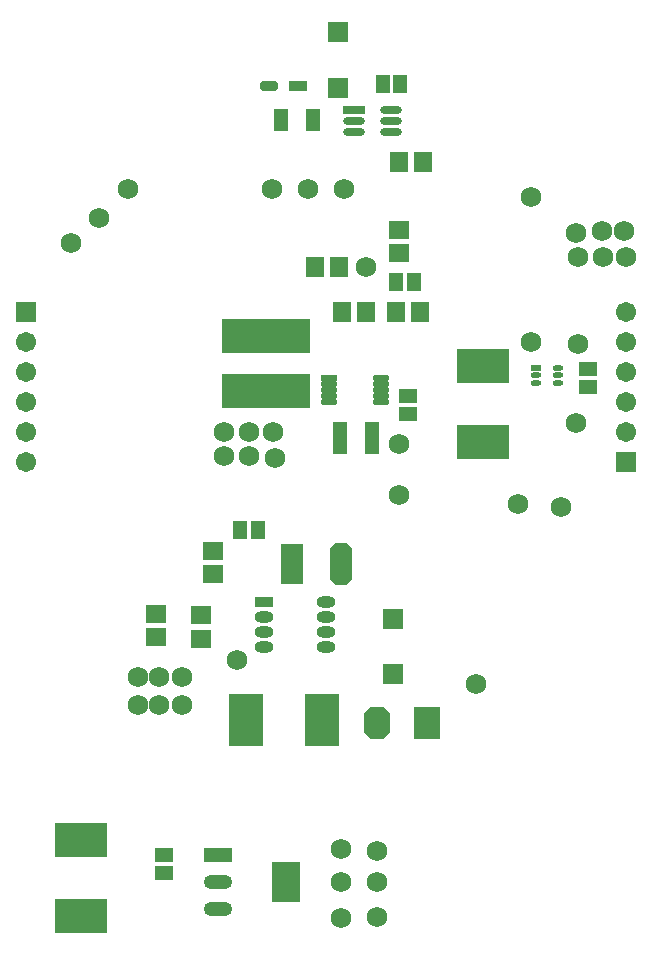
<source format=gts>
%FSLAX25Y25*%
%MOIN*%
G70*
G01*
G75*
G04 Layer_Color=8388736*
%ADD10C,0.02000*%
%ADD11C,0.01000*%
%ADD12C,0.03000*%
%ADD13C,0.01500*%
%ADD14C,0.01200*%
%ADD15O,0.02756X0.01181*%
%ADD16R,0.02756X0.01181*%
%ADD17O,0.04724X0.01221*%
%ADD18R,0.04724X0.01221*%
%ADD19R,0.06693X0.13000*%
G04:AMPARAMS|DCode=20|XSize=66.93mil|YSize=130mil|CornerRadius=0mil|HoleSize=0mil|Usage=FLASHONLY|Rotation=180.000|XOffset=0mil|YOffset=0mil|HoleType=Round|Shape=Octagon|*
%AMOCTAGOND20*
4,1,8,0.01673,-0.06500,-0.01673,-0.06500,-0.03347,-0.04827,-0.03347,0.04827,-0.01673,0.06500,0.01673,0.06500,0.03347,0.04827,0.03347,-0.04827,0.01673,-0.06500,0.0*
%
%ADD20OCTAGOND20*%

G04:AMPARAMS|DCode=21|XSize=78.74mil|YSize=98.43mil|CornerRadius=0mil|HoleSize=0mil|Usage=FLASHONLY|Rotation=180.000|XOffset=0mil|YOffset=0mil|HoleType=Round|Shape=Octagon|*
%AMOCTAGOND21*
4,1,8,0.01969,-0.04921,-0.01969,-0.04921,-0.03937,-0.02953,-0.03937,0.02953,-0.01969,0.04921,0.01969,0.04921,0.03937,0.02953,0.03937,-0.02953,0.01969,-0.04921,0.0*
%
%ADD21OCTAGOND21*%

%ADD22R,0.07874X0.09843*%
%ADD23R,0.04331X0.05512*%
%ADD24R,0.10906X0.16732*%
%ADD25R,0.05906X0.05512*%
%ADD26R,0.06000X0.06000*%
%ADD27R,0.05500X0.03000*%
%ADD28O,0.05500X0.03000*%
%ADD29R,0.05512X0.05906*%
%ADD30R,0.04331X0.06693*%
%ADD31R,0.05512X0.02559*%
G04:AMPARAMS|DCode=32|XSize=55.12mil|YSize=25.59mil|CornerRadius=0mil|HoleSize=0mil|Usage=FLASHONLY|Rotation=180.000|XOffset=0mil|YOffset=0mil|HoleType=Round|Shape=Octagon|*
%AMOCTAGOND32*
4,1,8,-0.02756,0.00640,-0.02756,-0.00640,-0.02116,-0.01280,0.02116,-0.01280,0.02756,-0.00640,0.02756,0.00640,0.02116,0.01280,-0.02116,0.01280,-0.02756,0.00640,0.0*
%
%ADD32OCTAGOND32*%

%ADD33R,0.08661X0.12795*%
%ADD34O,0.08661X0.03937*%
%ADD35R,0.08661X0.03937*%
%ADD36R,0.16732X0.10906*%
%ADD37R,0.04331X0.10236*%
%ADD38R,0.05512X0.04331*%
%ADD39R,0.28740X0.10433*%
%ADD40R,0.06496X0.01969*%
%ADD41O,0.06496X0.01969*%
%ADD42C,0.02500*%
%ADD43C,0.05906*%
%ADD44R,0.05906X0.05906*%
%ADD45C,0.06000*%
%ADD46C,0.00787*%
%ADD47O,0.03556X0.01981*%
%ADD48R,0.03556X0.01981*%
%ADD49O,0.05524X0.02021*%
%ADD50R,0.05524X0.02021*%
%ADD51R,0.07493X0.13800*%
G04:AMPARAMS|DCode=52|XSize=74.93mil|YSize=138mil|CornerRadius=0mil|HoleSize=0mil|Usage=FLASHONLY|Rotation=180.000|XOffset=0mil|YOffset=0mil|HoleType=Round|Shape=Octagon|*
%AMOCTAGOND52*
4,1,8,0.01873,-0.06900,-0.01873,-0.06900,-0.03747,-0.05027,-0.03747,0.05027,-0.01873,0.06900,0.01873,0.06900,0.03747,0.05027,0.03747,-0.05027,0.01873,-0.06900,0.0*
%
%ADD52OCTAGOND52*%

G04:AMPARAMS|DCode=53|XSize=86.74mil|YSize=106.42mil|CornerRadius=0mil|HoleSize=0mil|Usage=FLASHONLY|Rotation=180.000|XOffset=0mil|YOffset=0mil|HoleType=Round|Shape=Octagon|*
%AMOCTAGOND53*
4,1,8,0.02169,-0.05321,-0.02169,-0.05321,-0.04337,-0.03153,-0.04337,0.03153,-0.02169,0.05321,0.02169,0.05321,0.04337,0.03153,0.04337,-0.03153,0.02169,-0.05321,0.0*
%
%ADD53OCTAGOND53*%

%ADD54R,0.08674X0.10642*%
%ADD55R,0.05131X0.06312*%
%ADD56R,0.11706X0.17532*%
%ADD57R,0.06706X0.06312*%
%ADD58R,0.06800X0.06800*%
%ADD59R,0.06300X0.03800*%
%ADD60O,0.06300X0.03800*%
%ADD61R,0.06312X0.06706*%
%ADD62R,0.05131X0.07493*%
%ADD63R,0.06312X0.03359*%
G04:AMPARAMS|DCode=64|XSize=63.12mil|YSize=33.59mil|CornerRadius=0mil|HoleSize=0mil|Usage=FLASHONLY|Rotation=180.000|XOffset=0mil|YOffset=0mil|HoleType=Round|Shape=Octagon|*
%AMOCTAGOND64*
4,1,8,-0.03156,0.00840,-0.03156,-0.00840,-0.02316,-0.01680,0.02316,-0.01680,0.03156,-0.00840,0.03156,0.00840,0.02316,0.01680,-0.02316,0.01680,-0.03156,0.00840,0.0*
%
%ADD64OCTAGOND64*%

%ADD65R,0.09461X0.13595*%
%ADD66O,0.09461X0.04737*%
%ADD67R,0.09461X0.04737*%
%ADD68R,0.17532X0.11706*%
%ADD69R,0.05131X0.11036*%
%ADD70R,0.06312X0.05131*%
%ADD71R,0.29540X0.11233*%
%ADD72R,0.07296X0.02769*%
%ADD73O,0.07296X0.02769*%
%ADD74C,0.06706*%
%ADD75R,0.06706X0.06706*%
%ADD76C,0.06800*%
D47*
X312480Y249882D02*
D03*
Y252441D02*
D03*
Y255000D02*
D03*
X305000Y249882D02*
D03*
Y252441D02*
D03*
D48*
Y255000D02*
D03*
D49*
X253323Y243626D02*
D03*
Y245595D02*
D03*
Y247563D02*
D03*
Y249532D02*
D03*
Y251500D02*
D03*
X236000Y243626D02*
D03*
Y245595D02*
D03*
Y247563D02*
D03*
Y249532D02*
D03*
D50*
Y251500D02*
D03*
D51*
X223750Y189500D02*
D03*
D52*
X240250D02*
D03*
D53*
X252232Y136500D02*
D03*
D54*
X268768D02*
D03*
D55*
X206547Y201000D02*
D03*
X212453D02*
D03*
X254047Y349500D02*
D03*
X259953D02*
D03*
X258547Y283500D02*
D03*
X264453D02*
D03*
D56*
X233677Y137500D02*
D03*
X208323D02*
D03*
D57*
X197500Y186063D02*
D03*
Y193937D02*
D03*
X178500Y165063D02*
D03*
Y172937D02*
D03*
X193500Y172437D02*
D03*
Y164563D02*
D03*
X259500Y300937D02*
D03*
Y293063D02*
D03*
D58*
X257500Y152750D02*
D03*
Y171250D02*
D03*
X239000Y366750D02*
D03*
Y348250D02*
D03*
D59*
X214500Y177000D02*
D03*
D60*
Y172000D02*
D03*
Y167000D02*
D03*
Y162000D02*
D03*
X235000Y177000D02*
D03*
Y172000D02*
D03*
Y167000D02*
D03*
Y162000D02*
D03*
D61*
X259563Y323500D02*
D03*
X267437D02*
D03*
X248437Y273500D02*
D03*
X240563D02*
D03*
X258563D02*
D03*
X266437D02*
D03*
X239437Y288500D02*
D03*
X231563D02*
D03*
D62*
X230815Y337500D02*
D03*
X220185D02*
D03*
D63*
X225823Y349000D02*
D03*
D64*
X216177D02*
D03*
D65*
X221835Y83445D02*
D03*
D66*
X199000Y74390D02*
D03*
Y83445D02*
D03*
D67*
Y92500D02*
D03*
D68*
X287500Y255677D02*
D03*
Y230323D02*
D03*
X153500Y97677D02*
D03*
Y72323D02*
D03*
D69*
X239685Y231500D02*
D03*
X250315D02*
D03*
D70*
X262500Y239547D02*
D03*
Y245453D02*
D03*
X322500Y254453D02*
D03*
Y248547D02*
D03*
X181000Y86547D02*
D03*
Y92453D02*
D03*
D71*
X215000Y247346D02*
D03*
Y265653D02*
D03*
D72*
X244500Y341000D02*
D03*
D73*
Y337260D02*
D03*
Y333520D02*
D03*
X256902Y341000D02*
D03*
Y337260D02*
D03*
Y333520D02*
D03*
D74*
X335000Y273500D02*
D03*
Y263500D02*
D03*
Y253500D02*
D03*
Y243500D02*
D03*
Y233500D02*
D03*
X135000Y223500D02*
D03*
Y233500D02*
D03*
Y243500D02*
D03*
Y253500D02*
D03*
Y263500D02*
D03*
D75*
X335000Y223500D02*
D03*
X135000Y273500D02*
D03*
D76*
X205500Y157500D02*
D03*
X285000Y149500D02*
D03*
X187000Y152000D02*
D03*
X179500D02*
D03*
X172500D02*
D03*
Y142500D02*
D03*
X179500D02*
D03*
X187000D02*
D03*
X335000Y292000D02*
D03*
X327500D02*
D03*
X334500Y300500D02*
D03*
X327000D02*
D03*
X318500Y300000D02*
D03*
X319000Y292000D02*
D03*
Y263000D02*
D03*
X201000Y233500D02*
D03*
Y225500D02*
D03*
X209500D02*
D03*
X217500Y233500D02*
D03*
X218000Y225000D02*
D03*
X209500Y233500D02*
D03*
X259500Y229500D02*
D03*
Y212500D02*
D03*
X241000Y314500D02*
D03*
X229000D02*
D03*
X217000D02*
D03*
X240000Y94500D02*
D03*
Y83500D02*
D03*
Y71500D02*
D03*
X252000Y72000D02*
D03*
Y83500D02*
D03*
Y94000D02*
D03*
X150000Y296500D02*
D03*
X159500Y305000D02*
D03*
X169000Y314500D02*
D03*
X248500Y288500D02*
D03*
X303500Y312000D02*
D03*
Y263500D02*
D03*
X299000Y209500D02*
D03*
X318500Y236500D02*
D03*
X313500Y208500D02*
D03*
M02*

</source>
